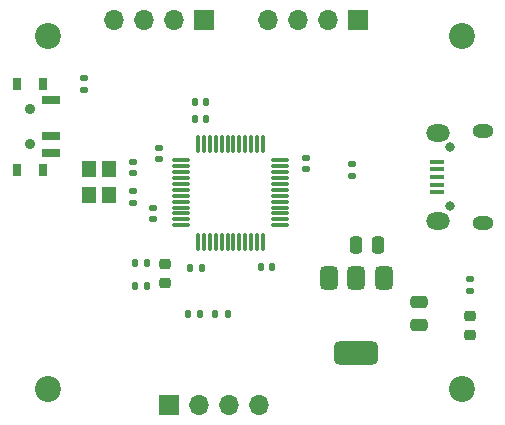
<source format=gbr>
%TF.GenerationSoftware,KiCad,Pcbnew,9.0.0*%
%TF.CreationDate,2025-03-25T14:42:11+07:00*%
%TF.ProjectId,stm32f1,73746d33-3266-4312-9e6b-696361645f70,rev?*%
%TF.SameCoordinates,Original*%
%TF.FileFunction,Soldermask,Top*%
%TF.FilePolarity,Negative*%
%FSLAX46Y46*%
G04 Gerber Fmt 4.6, Leading zero omitted, Abs format (unit mm)*
G04 Created by KiCad (PCBNEW 9.0.0) date 2025-03-25 14:42:11*
%MOMM*%
%LPD*%
G01*
G04 APERTURE LIST*
G04 Aperture macros list*
%AMRoundRect*
0 Rectangle with rounded corners*
0 $1 Rounding radius*
0 $2 $3 $4 $5 $6 $7 $8 $9 X,Y pos of 4 corners*
0 Add a 4 corners polygon primitive as box body*
4,1,4,$2,$3,$4,$5,$6,$7,$8,$9,$2,$3,0*
0 Add four circle primitives for the rounded corners*
1,1,$1+$1,$2,$3*
1,1,$1+$1,$4,$5*
1,1,$1+$1,$6,$7*
1,1,$1+$1,$8,$9*
0 Add four rect primitives between the rounded corners*
20,1,$1+$1,$2,$3,$4,$5,0*
20,1,$1+$1,$4,$5,$6,$7,0*
20,1,$1+$1,$6,$7,$8,$9,0*
20,1,$1+$1,$8,$9,$2,$3,0*%
G04 Aperture macros list end*
%ADD10RoundRect,0.140000X-0.140000X-0.170000X0.140000X-0.170000X0.140000X0.170000X-0.140000X0.170000X0*%
%ADD11C,2.200000*%
%ADD12R,0.800000X1.000000*%
%ADD13C,0.900000*%
%ADD14R,1.500000X0.700000*%
%ADD15R,1.200000X1.400000*%
%ADD16RoundRect,0.375000X-0.375000X0.625000X-0.375000X-0.625000X0.375000X-0.625000X0.375000X0.625000X0*%
%ADD17RoundRect,0.500000X-1.400000X0.500000X-1.400000X-0.500000X1.400000X-0.500000X1.400000X0.500000X0*%
%ADD18RoundRect,0.075000X-0.662500X-0.075000X0.662500X-0.075000X0.662500X0.075000X-0.662500X0.075000X0*%
%ADD19RoundRect,0.075000X-0.075000X-0.662500X0.075000X-0.662500X0.075000X0.662500X-0.075000X0.662500X0*%
%ADD20RoundRect,0.135000X-0.135000X-0.185000X0.135000X-0.185000X0.135000X0.185000X-0.135000X0.185000X0*%
%ADD21RoundRect,0.135000X0.135000X0.185000X-0.135000X0.185000X-0.135000X-0.185000X0.135000X-0.185000X0*%
%ADD22RoundRect,0.135000X0.185000X-0.135000X0.185000X0.135000X-0.185000X0.135000X-0.185000X-0.135000X0*%
%ADD23RoundRect,0.135000X-0.185000X0.135000X-0.185000X-0.135000X0.185000X-0.135000X0.185000X0.135000X0*%
%ADD24R,1.700000X1.700000*%
%ADD25O,1.700000X1.700000*%
%ADD26O,0.800000X0.800000*%
%ADD27R,1.300000X0.450000*%
%ADD28O,1.800000X1.150000*%
%ADD29O,2.000000X1.450000*%
%ADD30RoundRect,0.218750X-0.256250X0.218750X-0.256250X-0.218750X0.256250X-0.218750X0.256250X0.218750X0*%
%ADD31RoundRect,0.250000X0.475000X-0.250000X0.475000X0.250000X-0.475000X0.250000X-0.475000X-0.250000X0*%
%ADD32RoundRect,0.250000X-0.250000X-0.475000X0.250000X-0.475000X0.250000X0.475000X-0.250000X0.475000X0*%
%ADD33RoundRect,0.140000X0.170000X-0.140000X0.170000X0.140000X-0.170000X0.140000X-0.170000X-0.140000X0*%
%ADD34RoundRect,0.140000X0.140000X0.170000X-0.140000X0.170000X-0.140000X-0.170000X0.140000X-0.170000X0*%
%ADD35RoundRect,0.140000X-0.170000X0.140000X-0.170000X-0.140000X0.170000X-0.140000X0.170000X0.140000X0*%
G04 APERTURE END LIST*
D10*
%TO.C,C1*%
X117340000Y-57000000D03*
X118300000Y-57000000D03*
%TD*%
D11*
%TO.C,H4*%
X104900000Y-79883705D03*
%TD*%
%TO.C,H3*%
X139900000Y-79900000D03*
%TD*%
%TO.C,H2*%
X139900000Y-50000000D03*
%TD*%
%TO.C,H1*%
X104900000Y-50000000D03*
%TD*%
D12*
%TO.C,SW1*%
X104455000Y-54000000D03*
X102245000Y-54000000D03*
D13*
X103345000Y-56150000D03*
X103345000Y-59150000D03*
D12*
X104455000Y-61300000D03*
X102245000Y-61300000D03*
D14*
X105105000Y-55400000D03*
X105105000Y-58400000D03*
X105105000Y-59900000D03*
%TD*%
D15*
%TO.C,Y1*%
X108368000Y-61220000D03*
X108368000Y-63420000D03*
X110068000Y-63420000D03*
X110068000Y-61220000D03*
%TD*%
D16*
%TO.C,U3*%
X133300000Y-70500000D03*
X131000000Y-70500000D03*
D17*
X131000000Y-76800000D03*
D16*
X128700000Y-70500000D03*
%TD*%
D18*
%TO.C,U1*%
X116175000Y-60500000D03*
X116175000Y-61000000D03*
X116175000Y-61500000D03*
X116175000Y-62000000D03*
X116175000Y-62500000D03*
X116175000Y-63000000D03*
X116175000Y-63500000D03*
X116175000Y-64000000D03*
X116175000Y-64500000D03*
X116175000Y-65000000D03*
X116175000Y-65500000D03*
X116175000Y-66000000D03*
D19*
X117587500Y-67412500D03*
X118087500Y-67412500D03*
X118587500Y-67412500D03*
X119087500Y-67412500D03*
X119587500Y-67412500D03*
X120087500Y-67412500D03*
X120587500Y-67412500D03*
X121087500Y-67412500D03*
X121587500Y-67412500D03*
X122087500Y-67412500D03*
X122587500Y-67412500D03*
X123087500Y-67412500D03*
D18*
X124500000Y-66000000D03*
X124500000Y-65500000D03*
X124500000Y-65000000D03*
X124500000Y-64500000D03*
X124500000Y-64000000D03*
X124500000Y-63500000D03*
X124500000Y-63000000D03*
X124500000Y-62500000D03*
X124500000Y-62000000D03*
X124500000Y-61500000D03*
X124500000Y-61000000D03*
X124500000Y-60500000D03*
D19*
X123087500Y-59087500D03*
X122587500Y-59087500D03*
X122087500Y-59087500D03*
X121587500Y-59087500D03*
X121087500Y-59087500D03*
X120587500Y-59087500D03*
X120087500Y-59087500D03*
X119587500Y-59087500D03*
X119087500Y-59087500D03*
X118587500Y-59087500D03*
X118087500Y-59087500D03*
X117587500Y-59087500D03*
%TD*%
D20*
%TO.C,R5*%
X119070000Y-73500000D03*
X120090000Y-73500000D03*
%TD*%
D21*
%TO.C,R4*%
X117800000Y-73500000D03*
X116780000Y-73500000D03*
%TD*%
D22*
%TO.C,R3*%
X140600000Y-71600000D03*
X140600000Y-70580000D03*
%TD*%
D23*
%TO.C,R2*%
X130600000Y-60790000D03*
X130600000Y-61810000D03*
%TD*%
D22*
%TO.C,R1*%
X107900000Y-54510000D03*
X107900000Y-53490000D03*
%TD*%
D24*
%TO.C,J4*%
X115160000Y-81200000D03*
D25*
X117700000Y-81200000D03*
X120240000Y-81200000D03*
X122780000Y-81200000D03*
%TD*%
D24*
%TO.C,J3*%
X118080000Y-48600000D03*
D25*
X115540000Y-48600000D03*
X113000000Y-48600000D03*
X110460000Y-48600000D03*
%TD*%
D26*
%TO.C,J2*%
X138950000Y-64400000D03*
X138950000Y-59400000D03*
D27*
X137850000Y-63200000D03*
X137850000Y-62550000D03*
X137850000Y-61900000D03*
X137850000Y-61250000D03*
X137850000Y-60600000D03*
D28*
X141700000Y-65775000D03*
D29*
X137900000Y-65625000D03*
X137900000Y-58175000D03*
D28*
X141700000Y-58025000D03*
%TD*%
D24*
%TO.C,J1*%
X131100000Y-48600000D03*
D25*
X128560000Y-48600000D03*
X126020000Y-48600000D03*
X123480000Y-48600000D03*
%TD*%
D30*
%TO.C,FB1*%
X114808000Y-69316500D03*
X114808000Y-70891500D03*
%TD*%
%TO.C,D1*%
X140600000Y-73712500D03*
X140600000Y-75287500D03*
%TD*%
D31*
%TO.C,C13*%
X136300000Y-74400000D03*
X136300000Y-72500000D03*
%TD*%
D32*
%TO.C,C12*%
X130950000Y-67700000D03*
X132850000Y-67700000D03*
%TD*%
D33*
%TO.C,C11*%
X112080000Y-64080000D03*
X112080000Y-63120000D03*
%TD*%
%TO.C,C10*%
X112100000Y-61580000D03*
X112100000Y-60620000D03*
%TD*%
D10*
%TO.C,C9*%
X116940000Y-69600000D03*
X117900000Y-69600000D03*
%TD*%
D34*
%TO.C,C8*%
X113256000Y-71120000D03*
X112296000Y-71120000D03*
%TD*%
%TO.C,C7*%
X113256000Y-69200000D03*
X112296000Y-69200000D03*
%TD*%
D33*
%TO.C,C6*%
X113792000Y-65476000D03*
X113792000Y-64516000D03*
%TD*%
D34*
%TO.C,C5*%
X123880000Y-69500000D03*
X122920000Y-69500000D03*
%TD*%
D35*
%TO.C,C4*%
X126700000Y-60300000D03*
X126700000Y-61260000D03*
%TD*%
D10*
%TO.C,C3*%
X117340000Y-55600000D03*
X118300000Y-55600000D03*
%TD*%
D33*
%TO.C,C2*%
X114300000Y-60424000D03*
X114300000Y-59464000D03*
%TD*%
M02*

</source>
